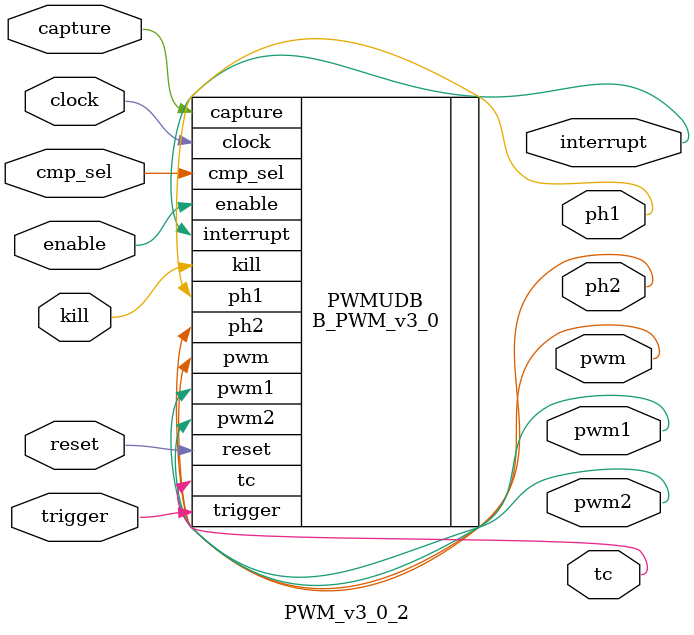
<source format=v>
module PWM_v3_0_2 (
    pwm2,
    tc,
    clock,
    reset,
    pwm1,
    interrupt,
    capture,
    kill,
    enable,
    trigger,
    cmp_sel,
    pwm,
    ph1,
    ph2);
    output      pwm2;
    output      tc;
    input       clock;
    input       reset;
    output      pwm1;
    output      interrupt;
    input       capture;
    input       kill;
    input       enable;
    input       trigger;
    input       cmp_sel;
    output      pwm;
    output      ph1;
    output      ph2;
    parameter Resolution = 16;
    B_PWM_v3_0 PWMUDB (
        .reset(reset),
        .clock(clock),
        .tc(tc),
        .pwm1(pwm1),
        .pwm2(pwm2),
        .interrupt(interrupt),
        .kill(kill),
        .capture(capture),
        .enable(enable),
        .cmp_sel(cmp_sel),
        .trigger(trigger),
        .pwm(pwm),
        .ph1(ph1),
        .ph2(ph2));
    defparam PWMUDB.CaptureMode = 0;
    defparam PWMUDB.CompareStatusEdgeSense = 1;
    defparam PWMUDB.CompareType1 = 1;
    defparam PWMUDB.CompareType2 = 1;
    defparam PWMUDB.DeadBand = 0;
    defparam PWMUDB.DitherOffset = 0;
    defparam PWMUDB.EnableMode = 0;
    defparam PWMUDB.KillMode = 0;
    defparam PWMUDB.PWMMode = 1;
    defparam PWMUDB.Resolution = 16;
    defparam PWMUDB.RunMode = 0;
    defparam PWMUDB.TriggerMode = 0;
    defparam PWMUDB.UseStatus = 1;
endmodule
</source>
